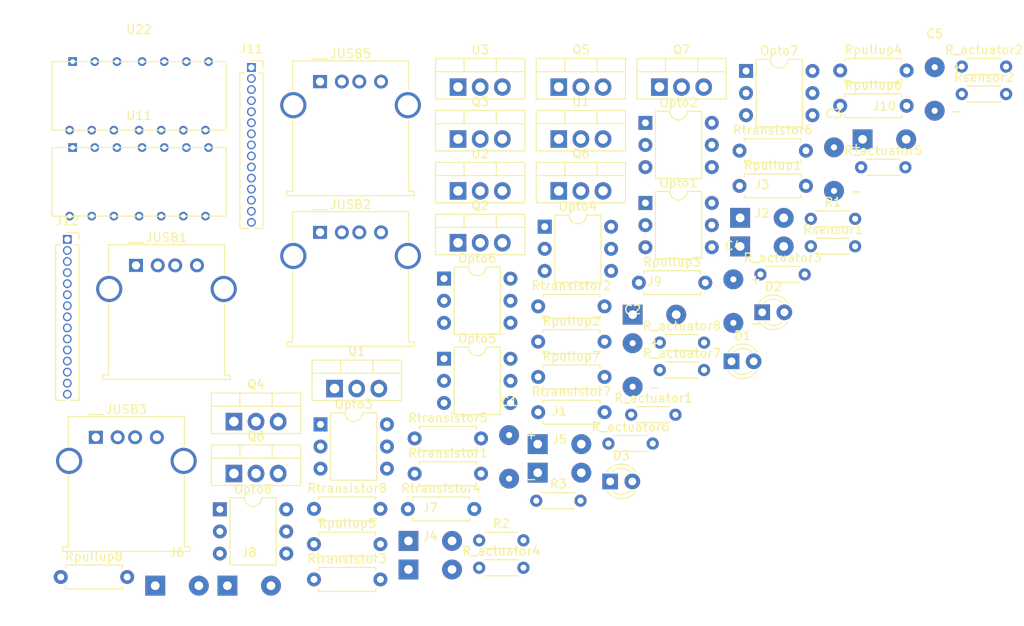
<source format=kicad_pcb>
(kicad_pcb (version 20211014) (generator pcbnew)
  (layers (0 "F.Cu" signal) (31 "B.Cu" signal) (34 "B.Paste" user) (35 "F.Paste" user) (36 "B.SilkS" user "B.Silkscreen") (37 "F.SilkS" user "F.Silkscreen") (38 "B.Mask" user) (39 "F.Mask" user) (44 "Edge.Cuts" user))
  (net 0 "")
  (net 1 "Net-(C1-Pad1)")
  (net 2 "GND potencia")
  (net 3 "12.0VDC")
  (net 4 "5.0VDC")
  (net 5 "Net-(C4-Pad1)")
  (net 6 "GND 3.3V")
  (net 7 "3.3VDC")
  (net 8 "Net-(D1-Pad2)")
  (net 9 "Net-(D2-Pad2)")
  (net 10 "Net-(D3-Pad2)")
  (net 11 "Net-(J3-Pad1)")
  (net 12 "Net-(J4-Pad1)")
  (net 13 "Net-(J5-Pad1)")
  (net 14 "Net-(J6-Pad1)")
  (net 15 "Net-(J7-Pad1)")
  (net 16 "Net-(J8-Pad1)")
  (net 17 "Net-(J9-Pad1)")
  (net 18 "Net-(J10-Pad1)")
  (net 22 "3.3V ec")
  (net 23 "GND ec")
  (net 24 "signal EC")
  (net 25 "signal PH")
  (net 34 "pump1")
  (net 35 "pump2")
  (net 36 "pump3")
  (net 37 "pump4")
  (net 38 "lights")
  (net 39 "mainWaterPump")
  (net 40 "Signal ExtraSensor")
  (net 41 "signal DB18B20")
  (net 45 "extraActuator5V")
  (net 46 "extraActuator12V")
  (net 55 "Net-(Opto1-Pad1)")
  (net 57 "Net-(Opto1-Pad5)")
  (net 59 "Net-(Opto2-Pad1)")
  (net 61 "Net-(Opto2-Pad5)")
  (net 63 "Net-(Opto3-Pad1)")
  (net 64 "3.3V DC esp32")
  (net 66 "Net-(Opto3-Pad5)")
  (net 68 "Net-(Opto4-Pad1)")
  (net 70 "Net-(Opto4-Pad5)")
  (net 72 "Net-(Opto5-Pad1)")
  (net 74 "Net-(Opto5-Pad5)")
  (net 76 "Net-(Opto6-Pad1)")
  (net 78 "Net-(Opto6-Pad5)")
  (net 80 "Net-(Opto7-Pad1)")
  (net 82 "Net-(Opto7-Pad5)")
  (net 84 "Net-(Opto8-Pad1)")
  (net 86 "Net-(Opto8-Pad5)")
  (net 88 "Net-(Q1-Pad1)")
  (net 89 "Net-(Q2-Pad1)")
  (net 90 "Net-(Q3-Pad1)")
  (net 91 "Net-(Q4-Pad1)")
  (net 92 "Net-(Q5-Pad1)")
  (net 93 "Net-(Q6-Pad1)")
  (net 94 "Net-(Q7-Pad1)")
  (net 95 "Net-(Q8-Pad1)")
  (net 96 "Net-(Rtransistor1-Pad1)")
  (net 97 "Net-(Rtransistor2-Pad1)")
  (net 98 "Net-(Rtransistor3-Pad1)")
  (net 99 "Net-(Rtransistor4-Pad1)")
  (net 100 "Net-(Rtransistor5-Pad1)")
  (net 101 "Net-(Rtransistor6-Pad1)")
  (net 102 "Net-(Rtransistor7-Pad1)")
  (net 103 "Net-(Rtransistor8-Pad1)")
  (footprint "Package_TO_SOT_THT:TO-220-3_Vertical" (layer "F.Cu") (at 149.082 43.902)
    (fp_text reference "U3" (at 2.54 -4.27) (layer "F.SilkS"))
    (fp_text value "LM1117-3.3")
    (pad "1" thru_hole rect (at 0 0) (size 1.905 2) (drill 1.1) (layers *.Cu *.Mask) (net 6 "GND 3.3V"))
    (pad "2" thru_hole oval (at 2.54 0) (size 1.905 2) (drill 1.1) (layers *.Cu *.Mask) (net 7 "3.3VDC"))
    (pad "3" thru_hole oval (at 5.08 0) (size 1.905 2) (drill 1.1) (layers *.Cu *.Mask) (net 5 "Net-(C4-Pad1)"))
  )
  (footprint "Resistor_THT:R_Axial_DIN0204_L3.6mm_D1.6mm_P5.08mm_Horizontal" (layer "F.Cu") (at 183.772 65.412)
    (fp_text reference "R_actuator3" (at 2.54 -1.92) (layer "F.SilkS"))
    (fp_text value "220 ohm")
    (pad "1" thru_hole circle (at 0 0) (size 1.4 1.4) (drill 0.7) (layers *.Cu *.Mask) (net 45 "extraActuator5V"))
    (pad "2" thru_hole oval (at 5.08 0) (size 1.4 1.4) (drill 0.7) (layers *.Cu *.Mask) (net 63 "Net-(Opto3-Pad1)"))
  )
  (footprint "maticas:40106_maticas_full" (layer "F.Cu") (at 112.487 44.914)
    (fp_text reference "U22" (at 0 -7.62 unlocked) (layer "F.SilkS"))
    (fp_text value "40106_maticas_full")
    (pad "1" thru_hole circle (at -7.9695 3.937) (size 1 1) (drill 0.555) (layers *.Cu *.Mask) (net 66 "Net-(Opto3-Pad5)"))
    (pad "2" thru_hole circle (at -5.4295 3.937) (size 1 1) (drill 0.555) (layers *.Cu *.Mask) (net 98 "Net-(Rtransistor3-Pad1)"))
    (pad "3" thru_hole circle (at -2.8895 3.937) (size 1 1) (drill 0.555) (layers *.Cu *.Mask) (net 70 "Net-(Opto4-Pad5)"))
    (pad "4" thru_hole circle (at 0 3.937) (size 1 1) (drill 0.555) (layers *.Cu *.Mask) (net 99 "Net-(Rtransistor4-Pad1)"))
    (pad "5" thru_hole circle (at 2.54 3.937) (size 1 1) (drill 0.555) (layers *.Cu *.Mask) (net 74 "Net-(Opto5-Pad5)"))
    (pad "6" thru_hole circle (at 5.08 3.937) (size 1 1) (drill 0.555) (layers *.Cu *.Mask) (net 100 "Net-(Rtransistor5-Pad1)"))
    (pad "7" thru_hole circle (at 7.62 3.937) (size 1 1) (drill 0.555) (layers *.Cu *.Mask) (net 2 "GND potencia"))
    (pad "8" thru_hole circle (at 7.9695 -3.937) (size 1 1) (drill 0.555) (layers *.Cu *.Mask) (net 97 "Net-(Rtransistor2-Pad1)"))
    (pad "9" thru_hole circle (at 5.4295 -3.937) (size 1 1) (drill 0.555) (layers *.Cu *.Mask) (net 61 "Net-(Opto2-Pad5)"))
    (pad "10" thru_hole circle (at 2.8895 -3.937) (size 1 1) (drill 0.555) (layers *.Cu *.Mask))
    (pad "11" thru_hole circle (at 0.3495 -3.937) (size 1 1) (drill 0.555) (layers *.Cu *.Mask))
    (pad "12" thru_hole circle (at -2.54 -3.937) (size 1 1) (drill 0.555) (layers *.Cu *.Mask) (net 96 "Net-(Rtransistor1-Pad1)"))
    (pad "13" thru_hole circle (at -5.08 -3.937) (size 1 1) (drill 0.555) (layers *.Cu *.Mask) (net 57 "Net-(Opto1-Pad5)"))
    (pad "14" thru_hole rect (at -7.62 -3.937) (size 1 1) (drill 0.555) (layers *.Cu *.Mask) (net 4 "5.0VDC"))
  )
  (footprint "Connector_USB:USB_A_Molex_67643_Horizontal" (layer "F.Cu") (at 133.250208 43.272)
    (fp_text reference "JUSB5" (at 3.5 -3.19) (layer "F.SilkS"))
    (fp_text value "USB_A")
    (pad "1" thru_hole rect (at 0 0) (size 1.6 1.5) (drill 0.95) (layers *.Cu *.Mask) (net 7 "3.3VDC"))
    (pad "2" thru_hole circle (at 2.5 0) (size 1.6 1.6) (drill 0.95) (layers *.Cu *.Mask))
    (pad "3" thru_hole circle (at 4.5 0) (size 1.6 1.6) (drill 0.95) (layers *.Cu *.Mask) (net 40 "Signal ExtraSensor"))
    (pad "4" thru_hole circle (at 7 0) (size 1.6 1.6) (drill 0.95) (layers *.Cu *.Mask) (net 6 "GND 3.3V"))
    (pad "5" thru_hole circle (at 10.07 2.71) (size 3 3) (drill 2.3) (layers *.Cu *.Mask))
    (pad "5" thru_hole circle (at -3.07 2.71) (size 3 3) (drill 2.3) (layers *.Cu *.Mask))
  )
  (footprint "maticas:actuators_screws_01x02_low_pot" (layer "F.Cu") (at 160.72 84.9)
    (fp_text reference "J1" (at 0 -3.81 unlocked) (layer "F.SilkS"))
    (fp_text value "Screw_Terminal_01x02")
    (pad "1" thru_hole rect (at -2.5 0) (size 2.286 2.286) (drill 1) (layers *.Cu *.Mask) (net 2 "GND potencia"))
    (pad "2" thru_hole circle (at 2.5 0) (size 2.286 2.286) (drill 1) (layers *.Cu *.Mask) (net 1 "Net-(C1-Pad1)"))
  )
  (footprint "Resistor_THT:R_Axial_DIN0207_L6.3mm_D2.5mm_P7.62mm_Horizontal" (layer "F.Cu") (at 158.272 73.132)
    (fp_text reference "Rpullup2" (at 3.81 -2.37) (layer "F.SilkS"))
    (fp_text value "10k ohm")
    (pad "1" thru_hole circle (at 0 0) (size 1.6 1.6) (drill 0.8) (layers *.Cu *.Mask) (net 61 "Net-(Opto2-Pad5)"))
    (pad "2" thru_hole oval (at 7.62 0) (size 1.6 1.6) (drill 0.8) (layers *.Cu *.Mask) (net 4 "5.0VDC"))
  )
  (footprint "Resistor_THT:R_Axial_DIN0207_L6.3mm_D2.5mm_P7.62mm_Horizontal" (layer "F.Cu") (at 144.102 88.292)
    (fp_text reference "Rtransistor1" (at 3.81 -2.37) (layer "F.SilkS"))
    (fp_text value "10 ohm")
    (pad "1" thru_hole circle (at 0 0) (size 1.6 1.6) (drill 0.8) (layers *.Cu *.Mask) (net 96 "Net-(Rtransistor1-Pad1)"))
    (pad "2" thru_hole oval (at 7.62 0) (size 1.6 1.6) (drill 0.8) (layers *.Cu *.Mask) (net 88 "Net-(Q1-Pad1)"))
  )
  (footprint "maticas:actuators_screws_01x02_low_pot" (layer "F.Cu") (at 145.89 96.01)
    (fp_text reference "J7" (at 0 -3.81 unlocked) (layer "F.SilkS"))
    (fp_text value "Screw_Terminal_01x02")
    (pad "1" thru_hole rect (at -2.5 0) (size 2.286 2.286) (drill 1) (layers *.Cu *.Mask) (net 15 "Net-(J7-Pad1)"))
    (pad "2" thru_hole circle (at 2.5 0) (size 2.286 2.286) (drill 1) (layers *.Cu *.Mask) (net 2 "GND potencia"))
  )
  (footprint "maticas:actuators_screws_01x02_low_pot" (layer "F.Cu") (at 171.61 70.03)
    (fp_text reference "J9" (at 0 -3.81 unlocked) (layer "F.SilkS"))
    (fp_text value "Screw_Terminal_01x02")
    (pad "1" thru_hole rect (at -2.5 0) (size 2.286 2.286) (drill 1) (layers *.Cu *.Mask) (net 17 "Net-(J9-Pad1)"))
    (pad "2" thru_hole circle (at 2.5 0) (size 2.286 2.286) (drill 1) (layers *.Cu *.Mask) (net 2 "GND potencia"))
  )
  (footprint "Connector_USB:USB_A_Molex_67643_Horizontal" (layer "F.Cu") (at 107.530208 84.112)
    (fp_text reference "JUSB3" (at 3.5 -3.19) (layer "F.SilkS"))
    (fp_text value "USB_A")
    (pad "1" thru_hole rect (at 0 0) (size 1.6 1.5) (drill 0.95) (layers *.Cu *.Mask) (net 7 "3.3VDC"))
    (pad "2" thru_hole circle (at 2.5 0) (size 1.6 1.6) (drill 0.95) (layers *.Cu *.Mask))
    (pad "3" thru_hole circle (at 4.5 0) (size 1.6 1.6) (drill 0.95) (layers *.Cu *.Mask) (net 25 "signal PH"))
    (pad "4" thru_hole circle (at 7 0) (size 1.6 1.6) (drill 0.95) (layers *.Cu *.Mask) (net 6 "GND 3.3V"))
    (pad "5" thru_hole circle (at 10.07 2.71) (size 3 3) (drill 2.3) (layers *.Cu *.Mask))
    (pad "5" thru_hole circle (at -3.07 2.71) (size 3 3) (drill 2.3) (layers *.Cu *.Mask))
  )
  (footprint "maticas:actuators_screws_01x02_low_pot" (layer "F.Cu") (at 125.12 101.15)
    (fp_text reference "J8" (at 0 -3.81 unlocked) (layer "F.SilkS"))
    (fp_text value "Screw_Terminal_01x02")
    (pad "1" thru_hole rect (at -2.5 0) (size 2.286 2.286) (drill 1) (layers *.Cu *.Mask) (net 16 "Net-(J8-Pad1)"))
    (pad "2" thru_hole circle (at 2.5 0) (size 2.286 2.286) (drill 1) (layers *.Cu *.Mask) (net 2 "GND potencia"))
  )
  (footprint "Package_TO_SOT_THT:TO-220-3_Vertical" (layer "F.Cu") (at 123.362 88.272)
    (fp_text reference "Q8" (at 2.54 -4.27) (layer "F.SilkS"))
    (fp_text value "TIP122")
    (pad "1" thru_hole rect (at 0 0) (size 1.905 2) (drill 1.1) (layers *.Cu *.Mask) (net 95 "Net-(Q8-Pad1)"))
    (pad "2" thru_hole oval (at 2.54 0) (size 1.905 2) (drill 1.1) (layers *.Cu *.Mask) (net 3 "12.0VDC"))
    (pad "3" thru_hole oval (at 5.08 0) (size 1.905 2) (drill 1.1) (layers *.Cu *.Mask) (net 18 "Net-(J10-Pad1)"))
  )
  (footprint "maticas:40106_maticas_full" (layer "F.Cu") (at 112.487 54.784)
    (fp_text reference "U11" (at 0 -7.62 unlocked) (layer "F.SilkS"))
    (fp_text value "40106_maticas_full")
    (pad "1" thru_hole circle (at -7.9695 3.937) (size 1 1) (drill 0.555) (layers *.Cu *.Mask) (net 78 "Net-(Opto6-Pad5)"))
    (pad "2" thru_hole circle (at -5.4295 3.937) (size 1 1) (drill 0.555) (layers *.Cu *.Mask) (net 101 "Net-(Rtransistor6-Pad1)"))
    (pad "3" thru_hole circle (at -2.8895 3.937) (size 1 1) (drill 0.555) (layers *.Cu *.Mask) (net 82 "Net-(Opto7-Pad5)"))
    (pad "4" thru_hole circle (at 0 3.937) (size 1 1) (drill 0.555) (layers *.Cu *.Mask) (net 102 "Net-(Rtransistor7-Pad1)"))
    (pad "5" thru_hole circle (at 2.54 3.937) (size 1 1) (drill 0.555) (layers *.Cu *.Mask) (net 86 "Net-(Opto8-Pad5)"))
    (pad "6" thru_hole circle (at 5.08 3.937) (size 1 1) (drill 0.555) (layers *.Cu *.Mask) (net 103 "Net-(Rtransistor8-Pad1)"))
    (pad "7" thru_hole circle (at 7.62 3.937) (size 1 1) (drill 0.555) (layers *.Cu *.Mask) (net 2 "GND potencia"))
    (pad "8" thru_hole circle (at 7.9695 -3.937) (size 1 1) (drill 0.555) (layers *.Cu *.Mask))
    (pad "9" thru_hole circle (at 5.4295 -3.937) (size 1 1) (drill 0.555) (layers *.Cu *.Mask))
    (pad "10" thru_hole circle (at 2.8895 -3.937) (size 1 1) (drill 0.555) (layers *.Cu *.Mask))
    (pad "11" thru_hole circle (at 0.3495 -3.937) (size 1 1) (drill 0.555) (layers *.Cu *.Mask))
    (pad "12" thru_hole circle (at -2.54 -3.937) (size 1 1) (drill 0.555) (layers *.Cu *.Mask))
    (pad "13" thru_hole circle (at -5.08 -3.937) (size 1 1) (drill 0.555) (layers *.Cu *.Mask))
    (pad "14" thru_hole rect (at -7.62 -3.937) (size 1 1) (drill 0.555) (layers *.Cu *.Mask) (net 3 "12.0VDC"))
  )
  (footprint "Resistor_THT:R_Axial_DIN0207_L6.3mm_D2.5mm_P7.62mm_Horizontal" (layer "F.Cu") (at 192.922 46.052)
    (fp_text reference "Rpullup6" (at 3.81 -2.37) (layer "F.SilkS"))
    (fp_text value "10k ohm")
    (pad "1" thru_hole circle (at 0 0) (size 1.6 1.6) (drill 0.8) (layers *.Cu *.Mask) (net 78 "Net-(Opto6-Pad5)"))
    (pad "2" thru_hole oval (at 7.62 0) (size 1.6 1.6) (drill 0.8) (layers *.Cu *.Mask) (net 3 "12.0VDC"))
  )
  (footprint "maticas:actuators_screws_01x02_low_pot" (layer "F.Cu") (at 197.99 49.9)
    (fp_text reference "J10" (at 0 -3.81 unlocked) (layer "F.SilkS"))
    (fp_text value "Screw_Terminal_01x02")
    (pad "1" thru_hole rect (at -2.5 0) (size 2.286 2.286) (drill 1) (layers *.Cu *.Mask) (net 18 "Net-(J10-Pad1)"))
    (pad "2" thru_hole circle (at 2.5 0) (size 2.286 2.286) (drill 1) (layers *.Cu *.Mask) (net 2 "GND potencia"))
  )
  (footprint "Connector_USB:USB_A_Molex_67643_Horizontal" (layer "F.Cu") (at 112.130208 64.372)
    (fp_text reference "JUSB1" (at 3.5 -3.19) (layer "F.SilkS"))
    (fp_text value "USB_A")
    (pad "1" thru_hole rect (at 0 0) (size 1.6 1.5) (drill 0.95) (layers *.Cu *.Mask) (net 24 "signal EC"))
    (pad "2" thru_hole circle (at 2.5 0) (size 1.6 1.6) (drill 0.95) (layers *.Cu *.Mask))
    (pad "3" thru_hole circle (at 4.5 0) (size 1.6 1.6) (drill 0.95) (layers *.Cu *.Mask) (net 24 "signal EC"))
    (pad "4" thru_hole circle (at 7 0) (size 1.6 1.6) (drill 0.95) (layers *.Cu *.Mask) (net 23 "GND ec"))
    (pad "5" thru_hole circle (at -3.07 2.71) (size 3 3) (drill 2.3) (layers *.Cu *.Mask))
    (pad "5" thru_hole circle (at 10.07 2.71) (size 3 3) (drill 2.3) (layers *.Cu *.Mask))
  )
  (footprint "Package_TO_SOT_THT:TO-220-3_Vertical" (layer "F.Cu") (at 149.082 61.782)
    (fp_text reference "Q2" (at 2.54 -4.27) (layer "F.SilkS"))
    (fp_text value "TIP122")
    (pad "1" thru_hole rect (at 0 0) (size 1.905 2) (drill 1.1) (layers *.Cu *.Mask) (net 89 "Net-(Q2-Pad1)"))
    (pad "2" thru_hole oval (at 2.54 0) (size 1.905 2) (drill 1.1) (layers *.Cu *.Mask) (net 4 "5.0VDC"))
    (pad "3" thru_hole oval (at 5.08 0) (size 1.905 2) (drill 1.1) (layers *.Cu *.Mask) (net 12 "Net-(J4-Pad1)"))
  )
  (footprint "LED_THT:LED_D3.0mm" (layer "F.Cu") (at 166.532 89.182)
    (fp_text reference "D3" (at 1.27 -2.96) (layer "F.SilkS"))
    (fp_text value "LED")
    (pad "1" thru_hole rect (at 0 0) (size 1.8 1.8) (drill 0.9) (layers *.Cu *.Mask) (net 6 "GND 3.3V"))
    (pad "2" thru_hole circle (at 2.54 0) (size 1.8 1.8) (drill 0.9) (layers *.Cu *.Mask) (net 10 "Net-(D3-Pad2)"))
  )
  (footprint "Resistor_THT:R_Axial_DIN0204_L3.6mm_D1.6mm_P5.08mm_Horizontal" (layer "F.Cu") (at 166.332 84.832)
    (fp_text reference "R_actuator6" (at 2.54 -1.92) (layer "F.SilkS"))
    (fp_text value "220 ohm")
    (pad "1" thru_hole circle (at 0 0) (size 1.4 1.4) (drill 0.7) (layers *.Cu *.Mask) (net 46 "extraActuator12V"))
    (pad "2" thru_hole oval (at 5.08 0) (size 1.4 1.4) (drill 0.7) (layers *.Cu *.Mask) (net 76 "Net-(Opto6-Pad1)"))
  )
  (footprint "LED_THT:LED_D3.0mm" (layer "F.Cu") (at 180.452 75.392)
    (fp_text reference "D1" (at 1.27 -2.96) (layer "F.SilkS"))
    (fp_text value "LED")
    (pad "1" thru_hole rect (at 0 0) (size 1.8 1.8) (drill 0.9) (layers *.Cu *.Mask) (net 2 "GND potencia"))
    (pad "2" thru_hole circle (at 2.54 0) (size 1.8 1.8) (drill 0.9) (layers *.Cu *.Mask) (net 8 "Net-(D1-Pad2)"))
  )
  (footprint "maticas:actuators_screws_01x02_low_pot" (layer "F.Cu") (at 145.89 99.29)
    (fp_text reference "J4" (at 0 -3.81 unlocked) (layer "F.SilkS"))
    (fp_text value "Screw_Terminal_01x02")
    (pad "1" thru_hole rect (at -2.5 0) (size 2.286 2.286) (drill 1) (layers *.Cu *.Mask) (net 12 "Net-(J4-Pad1)"))
    (pad "2" thru_hole circle (at 2.5 0) (size 2.286 2.286) (drill 1) (layers *.Cu *.Mask) (net 2 "GND potencia"))
  )
  (footprint "Resistor_THT:R_Axial_DIN0207_L6.3mm_D2.5mm_P7.62mm_Horizontal" (layer "F.Cu") (at 169.822 66.362)
    (fp_text reference "Rpullup3" (at 3.81 -2.37) (layer "F.SilkS"))
    (fp_text value "10k ohm")
    (pad "1" thru_hole circle (at 0 0) (size 1.6 1.6) (drill 0.8) (layers *.Cu *.Mask) (net 66 "Net-(Opto3-Pad5)"))
    (pad "2" thru_hole oval (at 7.62 0) (size 1.6 1.6) (drill 0.8) (layers *.Cu *.Mask) (net 4 "5.0VDC"))
  )
  (footprint "Resistor_THT:R_Axial_DIN0204_L3.6mm_D1.6mm_P5.08mm_Horizontal" (layer "F.Cu") (at 206.872 41.552)
    (fp_text reference "R_actuator2" (at 2.54 -1.92) (layer "F.SilkS"))
    (fp_text value "220 ohm")
    (pad "1" thru_hole circle (at 0 0) (size 1.4 1.4) (drill 0.7) (layers *.Cu *.Mask) (net 34 "pump1"))
    (pad "2" thru_hole oval (at 5.08 0) (size 1.4 1.4) (drill 0.7) (layers *.Cu *.Mask) (net 59 "Net-(Opto2-Pad1)"))
  )
  (footprint "Resistor_THT:R_Axial_DIN0204_L3.6mm_D1.6mm_P5.08mm_Horizontal" (layer "F.Cu") (at 189.552 62.182)
    (fp_text reference "Rsensor1" (at 2.54 -1.92) (layer "F.SilkS"))
    (fp_text value "1000 ohm")
    (pad "1" thru_hole circle (at 0 0) (size 1.4 1.4) (drill 0.7) (layers *.Cu *.Mask) (net 22 "3.3V ec"))
    (pad "2" thru_hole oval (at 5.08 0) (size 1.4 1.4) (drill 0.7) (layers *.Cu *.Mask) (net 24 "signal EC"))
  )
  (footprint "maticas:electrolitic_capacitor_470uF" (layer "F.Cu") (at 192.21 53.32)
    (fp_text reference "C3" (at 0 -6.35 unlocked) (layer "F.SilkS"))
    (fp_text value "1 uF")
    (fp_text user "-" (at 2.54 2.54 unlocked) (layer "F.SilkS"))
    (fp_text user "+" (at 2.54 -2.54 unlocked) (layer "F.SilkS"))
    (pad "1" thru_hole circle (at 0 -2.5) (size 2.286 2.286) (drill 0.7) (layers *.Cu *.Mask) (net 4 "5.0VDC"))
    (pad "2" thru_hole circle (at 0 2.5) (size 2.286 2.286) (drill 0.7) (layers *.Cu *.Mask) (net 2 "GND potencia"))
  )
  (footprint "maticas:electrolitic_capacitor_470uF" (layer "F.Cu") (at 154.94 86.36)
    (fp_text reference "C1" (at 0 -6.35 unlocked) (layer "F.SilkS"))
    (fp_text value "400 uF")
    (fp_text user "+" (at 2.54 -2.54 unlocked) (layer "F.SilkS"))
    (fp_text user "-" (at 2.54 2.54 unlocked) (layer "F.SilkS"))
    (pad "1" thru_hole circle (at 0 -2.5) (size 2.286 2.286) (drill 0.7) (layers *.Cu *.Mask) (net 1 "Net-(C1-Pad1)"))
    (pad "2" thru_hole circle (at 0 2.5) (size 2.286 2.286) (drill 0.7) (layers *.Cu *.Mask) (net 2 "GND potencia"))
  )
  (footprint "Package_TO_SOT_THT:TO-220-3_Vertical" (layer "F.Cu") (at 172.182 43.902)
    (fp_text reference "Q7" (at 2.54 -4.27) (layer "F.SilkS"))
    (fp_text value "TIP122")
    (pad "1" thru_hole rect (at 0 0) (size 1.905 2) (drill 1.1) (layers *.Cu *.Mask) (net 94 "Net-(Q7-Pad1)"))
    (pad "2" thru_hole oval (at 2.54 0) (size 1.905 2) (drill 1.1) (layers *.Cu *.Mask) (net 3 "12.0VDC"))
    (pad "3" thru_hole oval (at 5.08 0) (size 1.905 2) (drill 1.1) (layers *.Cu *.Mask) (net 17 "Net-(J9-Pad1)"))
  )
  (footprint "maticas:actuators_screws_01x02_low_pot" (layer "F.Cu") (at 160.72 88.18)
    (fp_text reference "J5" (at 0 -3.81 unlocked) (layer "F.SilkS"))
    (fp_text value "Screw_Terminal_01x02")
    (pad "1" thru_hole rect (at -2.5 0) (size 2.286 2.286) (drill 1) (layers *.Cu *.Mask) (net 13 "Net-(J5-Pad1)"))
    (pad "2" thru_hole circle (at 2.5 0) (size 2.286 2.286) (drill 1) (layers *.Cu *.Mask) (net 2 "GND potencia"))
  )
  (footprint "Resistor_THT:R_Axial_DIN0204_L3.6mm_D1.6mm_P5.08mm_Horizontal" (layer "F.Cu") (at 151.502 99.092)
    (fp_text reference "R_actuator4" (at 2.54 -1.92) (layer "F.SilkS"))
    (fp_text value "220 ohm")
    (pad "1" thru_hole circle (at 0 0) (size 1.4 1.4) (drill 0.7) (layers *.Cu *.Mask) (net 37 "pump4"))
    (pad "2" thru_hole oval (at 5.08 0) (size 1.4 1.4) (drill 0.7) (layers *.Cu *.Mask) (net 68 "Net-(Opto4-Pad1)"))
  )
  (footprint "Resistor_THT:R_Axial_DIN0204_L3.6mm_D1.6mm_P5.08mm_Horizontal" (layer "F.Cu") (at 189.552 59.032)
    (fp_text reference "R1" (at 2.54 -1.92) (layer "F.SilkS"))
    (fp_text value "330 ohm")
    (pad "1" thru_hole circle (at 0 0) (size 1.4 1.4) (drill 0.7) (layers *.Cu *.Mask) (net 3 "12.0VDC"))
    (pad "2" thru_hole oval (at 5.08 0) (size 1.4 1.4) (drill 0.7) (layers *.Cu *.Mask) (net 8 "Net-(D1-Pad2)"))
  )
  (footprint "Resistor_THT:R_Axial_DIN0204_L3.6mm_D1.6mm_P5.08mm_Horizontal" (layer "F.Cu") (at 195.322 53.112)
    (fp_text reference "R_actuator5" (at 2.54 -1.92) (layer "F.SilkS"))
    (fp_text value "220 ohm")
    (pad "1" thru_hole circle (at 0 0) (size 1.4 1.4) (drill 0.7) (layers *.Cu *.Mask) (net 36 "pump3"))
    (pad "2" thru_hole oval (at 5.08 0) (size 1.4 1.4) (drill 0.7) (layers *.Cu *.Mask) (net 72 "Net-(Opto5-Pad1)"))
  )
  (footprint "Resistor_THT:R_Axial_DIN0204_L3.6mm_D1.6mm_P5.08mm_Horizontal" (layer "F.Cu") (at 206.872 44.702)
    (fp_text reference "Rsensor2" (at 2.54 -1.92) (layer "F.SilkS"))
    (fp_text value "4700 ohm")
    (pad "1" thru_hole circle (at 0 0) (size 1.4 1.4) (drill 0.7) (layers *.Cu *.Mask) (net 7 "3.3VDC"))
    (pad "2" thru_hole oval (at 5.08 0) (size 1.4 1.4) (drill 0.7) (layers *.Cu *.Mask) (net 41 "signal DB18B20"))
  )
  (footprint "Resistor_THT:R_Axial_DIN0204_L3.6mm_D1.6mm_P5.08mm_Horizontal" (layer "F.Cu") (at 172.222 73.242)
    (fp_text reference "R_actuator8" (at 2.54 -1.92) (layer "F.SilkS"))
    (fp_text value "220 ohm")
    (pad "1" thru_hole circle (at 0 0) (size 1.4 1.4) (drill 0.7) (layers *.Cu *.Mask) (net 38 "lights"))
    (pad "2" thru_hole oval (at 5.08 0) (size 1.4 1.4) (drill 0.7) (layers *.Cu *.Mask) (net 84 "Net-(Opto8-Pad1)"))
  )
  (footprint "maticas:actuators_screws_01x02_low_pot" (layer "F.Cu") (at 116.84 101.15)
    (fp_text reference "J6" (at 0 -3.81 unlocked) (layer "F.SilkS"))
    (fp_text value "Screw_Terminal_01x02")
    (pad "1" thru_hole rect (at -2.5 0) (size 2.286 2.286) (drill 1) (layers *.Cu *.Mask) (net 14 "Net-(J6-Pad1)"))
    (pad "2" thru_hole circle (at 2.5 0) (size 2.286 2.286) (drill 1) (layers *.Cu *.Mask) (net 2 "GND potencia"))
  )
  (footprint "Package_DIP:DIP-6_W7.62mm" (layer "F.Cu") (at 133.302 82.632)
    (fp_text reference "Opto3" (at 3.81 -2.33) (layer "F.SilkS"))
    (fp_text value "4N25")
    (pad "1" thru_hole rect (at 0 0) (size 1.6 1.6) (drill 0.8) (layers *.Cu *.Mask) (net 63 "Net-(Opto3-Pad1)"))
    (pad "2" thru_hole oval (at 0 2.54) (size 1.6 1.6) (drill 0.8) (layers *.Cu *.Mask) (net 64 "3.3V DC esp32"))
    (pad "3" thru_hole oval (at 0 5.08) (size 1.6 1.6) (drill 0.8) (layers *.Cu *.Mask))
    (pad "4" thru_hole oval (at 7.62 5.08) (size 1.6 1.6) (drill 0.8) (layers *.Cu *.Mask) (net 2 "GND potencia"))
    (pad "5" thru_hole oval (at 7.62 2.54) (size 1.6 1.6) (drill 0.8) (layers *.Cu *.Mask) (net 66 "Net-(Opto3-Pad5)"))
    (pad "6" thru_hole oval (at 7.62 0) (size 1.6 1.6) (drill 0.8) (layers *.Cu *.Mask))
  )
  (footprint "Package_DIP:DIP-6_W7.62mm" (layer "F.Cu") (at 170.572 48.012)
    (fp_text reference "Opto2" (at 3.81 -2.33) (layer "F.SilkS"))
    (fp_text value "4N25")
    (pad "1" thru_hole rect (at 0 0) (size 1.6 1.6) (drill 0.8) (layers *.Cu *.Mask) (net 59 "Net-(Opto2-Pad1)"))
    (pad "2" thru_hole oval (at 0 2.54) (size 1.6 1.6) (drill 0.8) (layers *.Cu *.Mask) (net 6 "GND 3.3V"))
    (pad "3" thru_hole oval (at 0 5.08) (size 1.6 1.6) (drill 0.8) (layers *.Cu *.Mask))
    (pad "4" thru_hole oval (at 7.62 5.08) (size 1.6 1.6) (drill 0.8) (layers *.Cu *.Mask) (net 2 "GND potencia"))
    (pad "5" thru_hole oval (at 7.62 2.54) (size 1.6 1.6) (drill 0.8) (layers *.Cu *.Mask) (net 61 "Net-(Opto2-Pad5)"))
    (pad "6" thru_hole oval (at 7.62 0) (size 1.6 1.6) (drill 0.8) (layers *.Cu *.Mask))
  )
  (footprint "Resistor_THT:R_Axial_DIN0207_L6.3mm_D2.5mm_P7.62mm_Horizontal" (layer "F.Cu") (at 181.372 55.252)
    (fp_text reference "Rpullup1" (at 3.81 -2.37) (layer "F.SilkS"))
    (fp_text value "10k ohm")
    (pad "1" thru_hole circle (at 0 0) (size 1.6 1.6) (drill 0.8) (layers *.Cu *.Mask) (net 57 "Net-(Opto1-Pad5)"))
    (pad "2" thru_hole oval (at 7.62 0) (size 1.6 1.6) (drill 0.8) (layers *.Cu *.Mask) (net 4 "5.0VDC"))
  )
  (footprint "maticas:electrolitic_capacitor_470uF" (layer "F.Cu") (at 180.66 68.48)
    (fp_text reference "C4" (at 0 -6.35 unlocked) (layer "F.SilkS"))
    (fp_text value "400 uF")
    (fp_text user "-" (at 2.54 2.54 unlocked) (layer "F.SilkS"))
    (fp_text user "+" (at 2.54 -2.54 unlocked) (layer "F.SilkS"))
    (pad "1" thru_hole circle (at 0 -2.5) (size 2.286 2.286) (drill 0.7) (layers *.Cu *.Mask) (net 5 "Net-(C4-Pad1)"))
    (pad "2" thru_hole circle (at 0 2.5) (size 2.286 2.286) (drill 0.7) (layers *.Cu *.Mask) (net 6 "GND 3.3V"))
  )
  (footprint "maticas:electrolitic_capacitor_470uF" (layer "F.Cu") (at 169.11 75.81)
    (fp_text reference "C2" (at 0 -6.35 unlocked) (layer "F.SilkS"))
    (fp_text value "1 uF")
    (fp_text user "+" (at 2.54 -2.54 unlocked) (layer "F.SilkS"))
    (fp_text user "-" (at 2.54 2.54 unlocked) (layer "F.SilkS"))
    (pad "1" thru_hole circle (at 0 -2.5) (size 2.286 2.286) (drill 0.7) (layers *.Cu *.Mask) (net 3 "12.0VDC"))
    (pad "2" thru_hole circle (at 0 2.5) (size 2.286 2.286) (drill 0.7) (layers *.Cu *.Mask) (net 2 "GND potencia"))
  )
  (footprint "Package_DIP:DIP-6_W7.62mm" (layer "F.Cu") (at 121.752 92.382)
    (fp_text reference "Opto8" (at 3.81 -2.33) (layer "F.SilkS"))
    (fp_text value "4N25")
    (pad "1" thru_hole rect (at 0 0) (size 1.6 1.6) (drill 0.8) (layers *.Cu *.Mask) (net 84 "Net-(Opto8-Pad1)"))
    (pad "2" thru_hole oval (at 0 2.54) (size 1.6 1.6) (drill 0.8) (layers *.Cu *.Mask) (net 6 "GND 3.3V"))
    (pad "3" thru_hole oval (at 0 5.08) (size 1.6 1.6) (drill 0.8) (layers *.Cu *.Mask))
    (pad "4" thru_hole oval (at 7.62 5.08) (size 1.6 1.6) (drill 0.8) (layers *.Cu *.Mask) (net 2 "GND potencia"))
    (pad "5" thru_hole oval (at 7.62 2.54) (size 1.6 1.6) (drill 0.8) (layers *.Cu *.Mask) (net 86 "Net-(Opto8-Pad5)"))
    (pad "6" thru_hole oval (at 7.62 0) (size 1.6 1.6) (drill 0.8) (layers *.Cu *.Mask))
  )
  (footprint "Resistor_THT:R_Axial_DIN0207_L6.3mm_D2.5mm_P7.62mm_Horizontal" (layer "F.Cu") (at 132.552 92.332)
    (fp_text reference "Rtransistor8" (at 3.81 -2.37) (layer "F.SilkS"))
    (fp_text value "10 ohm")
    (pad "1" thru_hole circle (at 0 0) (size 1.6 1.6) (drill 0.8) (layers *.Cu *.Mask) (net 103 "Net-(Rtransistor8-Pad1)"))
    (pad "2" thru_hole oval (at 7.62 0) (size 1.6 1.6) (drill 0.8) (layers *.Cu *.Mask) (net 95 "Net-(Q8-Pad1)"))
  )
  (footprint "maticas:actuators_screws_01x02_low_pot" (layer "F.Cu") (at 183.94 58.92)
    (fp_text reference "J3" (at 0 -3.81 unlocked) (layer "F.SilkS"))
    (fp_text value "Screw_Terminal_01x02")
    (pad "1" thru_hole rect (at -2.5 0) (size 2.286 2.286) (drill 1) (layers *.Cu *.Mask) (net 11 "Net-(J3-Pad1)"))
    (pad "2" thru_hole circle (at 2.5 0) (size 2.286 2.286) (drill 1) (layers *.Cu *.Mask) (net 2 "GND potencia"))
  )
  (footprint "Resistor_THT:R_Axial_DIN0207_L6.3mm_D2.5mm_P7.62mm_Horizontal" (layer "F.Cu") (at 158.272 69.082)
    (fp_text reference "Rtransistor2" (at 3.81 -2.37) (layer "F.SilkS"))
    (fp_text value "10 ohm")
    (pad "1" thru_hole circle (at 0 0) (size 1.6 1.6) (drill 0.8) (layers *.Cu *.Mask) (net 97 "Net-(Rtransistor2-Pad1)"))
    (pad "2" thru_hole oval (at 7.62 0) (size 1.6 1.6) (drill 0.8) (layers *.Cu *.Mask) (net 89 "Net-(Q2-Pad1)"))
  )
  (footprint "LED_THT:LED_D3.0mm" (layer "F.Cu") (at 183.972 69.762)
    (fp_text reference "D2" (at 1.27 -2.96) (layer "F.SilkS"))
    (fp_text value "LED")
    (pad "1" thru_hole rect (at 0 0) (size 1.8 1.8) (drill 0.9) (layers *.Cu *.Mask) (net 2 "GND potencia"))
    (pad "2" thru_hole circle (at 2.54 0) (size 1.8 1.8) (drill 0.9) (layers *.Cu *.Mask) (net 9 "Net-(D2-Pad2)"))
  )
  (footprint "Connector_PinSocket_1.27mm:PinSocket_1x15_P1.27mm_Vertical" (layer "F.Cu") (at 125.372 41.652)
    (fp_text reference "J11" (at 0 -2.135) (layer "F.SilkS"))
    (fp_text value "Conn_01x15_Female")
    (pad "1" thru_hole rect (at 0 0) (size 1 1) (drill 0.7) (layers *.Cu *.Mask))
    (pad "2" thru_hole oval (at 0 1.27) (size 1 1) (drill 0.7) (layers *.Cu *.Mask))
    (pad "3" thru_hole oval (at 0 2.54) (size 1 1) (drill 0.7) (layers *.Cu *.Mask))
    (pad "4" thru_hole oval (at 0 3.81) (size 1 1) (drill 0.7) (layers *.Cu *.Mask) (net 22 "3.3V ec"))
    (pad "5" thru_hole oval (at 0 5.08) (size 1 1) (drill 0.7) (layers *.Cu *.Mask) (net 23 "GND ec"))
    (pad "6" thru_hole oval (at 0 6.35) (size 1 1) (drill 0.7) (layers *.Cu *.Mask) (net 24 "signal EC"))
    (pad "7" thru_hole oval (at 0 7.62) (size 1 1) (drill 0.7) (layers *.Cu *.Mask) (net 25 "signal PH"))
    (pad "8" thru_hole oval (at 0 8.89) (size 1 1) (drill 0.7) (layers *.Cu *.Mask))
    (pad "9" thru_hole oval (at 0 10.16) (size 1 1) (drill 0.7) (layers *.Cu *.Mask))
    (pad "10" thru_hole oval (at 0 11.43) (size 1 1) (drill 0.7) (layers *.Cu *.Mask))
    (pad "11" thru_hole oval (at 0 12.7) (size 1 1) (drill 0.7) (layers *.Cu *.Mask))
    (pad "12" thru_hole oval (at 0 13.97) (size 1 1) (drill 0.7) (layers *.Cu *.Mask))
    (pad "13" thru_hole oval (at 0 15.24) (size 1 1) (drill 0.7) (layers *.Cu *.Mask))
    (pad "14" thru_hole oval (at 0 16.51) (size 1 1) (drill 0.7) (layers *.Cu *.Mask) (net 6 "GND 3.3V"))
    (pad "15" thru_hole oval (at 0 17.78) (size 1 1) (drill 0.7) (layers *.Cu *.Mask) (net 7 "3.3VDC"))
  )
  (footprint "Package_DIP:DIP-6_W7.62mm" (layer "F.Cu") (at 159.022 59.932)
    (fp_text reference "Opto4" (at 3.81 -2.33) (layer "F.SilkS"))
    (fp_text value "4N25")
    (pad "1" thru_hole rect (at 0 0) (size 1.6 1.6) (drill 0.8) (layers *.Cu *.Mask) (net 68 "Net-(Opto4-Pad1)"))
    (pad "2" thru_hole oval (at 0 2.54) (size 1.6 1.6) (drill 0.8) (layers *.Cu *.Mask) (net 6 "GND 3.3V"))
    (pad "3" thru_hole oval (at 0 5.08) (size 1.6 1.6) (drill 0.8) (layers *.Cu *.Mask))
    (pad "4" thru_hole oval (at 7.62 5.08) (size 1.6 1.6) (drill 0.8) (layers *.Cu *.Mask) (net 2 "GND potencia"))
    (pad "5" thru_hole oval (at 7.62 2.54) (size 1.6 1.6) (drill 0.8) (layers *.Cu *.Mask) (net 70 "Net-(Opto4-Pad5)"))
    (pad "6" thru_hole oval (at 7.62 0) (size 1.6 1.6) (drill 0.8) (layers *.Cu *.Mask))
  )
  (footprint "Resistor_THT:R_Axial_DIN0207_L6.3mm_D2.5mm_P7.62mm_Horizontal" (layer "F.Cu") (at 132.552 96.382)
    (fp_text reference "Rpullup5" (at 3.81 -2.37) (layer "F.SilkS"))
    (fp_text value "10k ohm")
    (pad "1" thru_hole circle (at 0 0) (size 1.6 1.6) (drill 0.8) (layers *.Cu *.Mask) (net 74 "Net-(Opto5-Pad5)"))
    (pad "2" thru_hole oval (at 7.62 0) (size 1.6 1.6) (drill 0.8) (layers *.Cu *.Mask) (net 4 "5.0VDC"))
  )
  (footprint "Connector_PinSocket_1.27mm:PinSocket_1x15_P1.27mm_Vertical" (layer "F.Cu") (at 104.252 61.392)
    (fp_text reference "J12" (at 0 -2.135) (layer "F.SilkS"))
    (fp_text value "Conn_01x15_Female")
    (pad "1" thru_hole rect (at 0 0) (size 1 1) (drill 0.7) (layers *.Cu *.Mask))
    (pad "2" thru_hole oval (at 0 1.27) (size 1 1) (drill 0.7) (layers *.Cu *.Mask))
    (pad "3" thru_hole oval (at 0 2.54) (size 1 1) (drill 0.7) (layers *.Cu *.Mask) (net 34 "pump1"))
    (pad "4" thru_hole oval (at 0 3.81) (size 1 1) (drill 0.7) (layers *.Cu *.Mask) (net 35 "pump2"))
    (pad "5" thru_hole oval (at 0 5.08) (size 1 1) (drill 0.7) (layers *.Cu *.Mask) (net 36 "pump3"))
    (pad "6" thru_hole oval (at 0 6.35) (size 1 1) (drill 0.7) (layers *.Cu *.Mask) (net 37 "pump4"))
    (pad "7" thru_hole oval (at 0 7.62) (size 1 1) (drill 0.7) (layers *.Cu *.Mask) (net 38 "lights"))
    (pad "8" thru_hole oval (at 0 8.89) (size 1 1) (drill 0.7) (layers *.Cu *.Mask) (net 39 "mainWaterPump"))
    (pad "9" thru_hole oval (at 0 10.16) (size 1 1) (drill 0.7) (layers *.Cu *.Mask) (net 40 "Signal ExtraSensor"))
    (pad "10" thru_hole oval (at 0 11.43) (size 1 1) (drill 0.7) (layers *.Cu *.Mask) (net 41 "signal DB18B20"))
    (pad "11" thru_hole oval (at 0 12.7) (size 1 1) (drill 0.7) (layers *.Cu *.Mask))
    (pad "12" thru_hole oval (at 0 13.97) (size 1 1) (drill 0.7) (layers *.Cu *.Mask))
    (pad "13" thru_hole oval (at 0 15.24) (size 1 1) (drill 0.7) (layers *.Cu *.Mask))
    (pad "14" thru_hole oval (at 0 16.51) (size 1 1) (drill 0.7) (layers *.Cu *.Mask) (net 45 "extraActuator5V"))
    (pad "15" thru_hole oval (at 0 17.78) (size 1 1) (drill 0.7) (layers *.Cu *.Mask) (net 46 "extraActuator12V"))
  )
  (footprint "Package_TO_SOT_THT:TO-220-3_Vertical" (layer "F.Cu") (at 149.082 49.862)
    (fp_text reference "Q3" (at 2.54 -4.27) (layer "F.SilkS"))
    (fp_text value "TIP122")
    (pad "1" thru_hole rect (at 0 0) (size 1.905 2) (drill 1.1) (layers *.Cu *.Mask) (net 90 "Net-(Q3-Pad1)"))
    (pad "2" thru_hole oval (at 2.54 0) (size 1.905 2) (drill 1.1) (layers *.Cu *.Mask) (net 4 "5.0VDC"))
    (pad "3" thru_hole oval (at 5.08 0) (size 1.905 2) (drill 1.1) (layers *.Cu *.Mask) (net 13 "Net-(J5-Pad1)"))
  )
  (footprint "Package_TO_SOT_THT:TO-220-3_Vertical" (layer "F.Cu") (at 160.632 55.822)
    (fp_text reference "Q6" (at 2.54 -4.27) (layer "F.SilkS"))
    (fp_text value "TIP122")
    (pad "1" thru_hole rect (at 0 0) (size 1.905 2) (drill 1.1) (layers *.Cu *.Mask) (net 93 "Net-(Q6-Pad1)"))
    (pad "2" thru_hole oval (at 2.54 0) (size 1.905 2) (drill 1.1) (layers *.Cu *.Mask) (net 3 "12.0VDC"))
    (pad "3" thru_hole oval (at 5.08 0) (size 1.905 2) (drill 1.1) (layers *.Cu *.Mask) (net 16 "Net-(J8-Pad1)"))
  )
  (footprint "Package_DIP:DIP-6_W7.62mm" (layer "F.Cu") (at 147.472 65.892)
    (fp_text reference "Opto6" (at 3.81 -2.33) (layer "F.SilkS"))
    (fp_text value "4N25")
    (pad "1" thru_hole rect (at 0 0) (size 1.6 1.6) (drill 0.8) (layers *.Cu *.Mask) (net 76 "Net-(Opto6-Pad1)"))
    (pad "2" thru_hole oval (at 0 2.54) (size 1.6 1.6) (drill 0.8) (layers *.Cu *.Mask) (net 6 "GND 3.3V"))
    (pad "3" thru_hole oval (at 0 5.08) (size 1.6 1.6) (drill 0.8) (layers *.Cu *.Mask))
    (pad "4" thru_hole oval (at 7.62 5.08) (size 1.6 1.6) (drill 0.8) (layers *.Cu *.Mask) (net 2 "GND potencia"))
    (pad "5" thru_hole oval (at 7.62 2.54) (size 1.6 1.6) (drill 0.8) (layers *.Cu *.Mask) (net 78 "Net-(Opto6-Pad5)"))
    (pad "6" thru_hole oval (at 7.62 0) (size 1.6 1.6) (drill 0.8) (layers *.Cu *.Mask))
  )
  (footprint "Package_DIP:DIP-6_W7.62mm" (layer "F.Cu") (at 147.472 75.092)
    (fp_text reference "Opto5" (at 3.81 -2.33) (layer "F.SilkS"))
    (fp_text value "4N25")
    (pad "1" thru_hole rect (at 0 0) (size 1.6 1.6) (drill 0.8) (layers *.Cu *.Mask) (net 72 "Net-(Opto5-Pad1)"))
    (pad "2" thru_hole oval (at 0 2.54) (size 1.6 1.6) (drill 0.8) (layers *.Cu *.Mask) (net 6 "GND 3.3V"))
    (pad "3" thru_hole oval (at 0 5.08) (size 1.6 1.6) (drill 0.8) (layers *.Cu *.Mask))
    (pad "4" thru_hole oval (at 7.62 5.08) (size 1.6 1.6) (drill 0.8) (layers *.Cu *.Mask) (net 2 "GND potencia"))
    (pad "5" thru_hole oval (at 7.62 2.54) (size 1.6 1.6) (drill 0.8) (layers *.Cu *.Mask) (net 74 "Net-(Opto5-Pad5)"))
    (pad "6" thru_hole oval (at 7.62 0) (size 1.6 1.6) (drill 0.8) (layers *.Cu *.Mask))
  )
  (footprint "Resistor_THT:R_Axial_DIN0204_L3.6mm_D1.6mm_P5.08mm_Horizontal" (layer "F.Cu") (at 168.942 81.522)
    (fp_text reference "R_actuator1" (at 2.54 -1.92) (layer "F.SilkS"))
    (fp_text value "220 ohm")
    (pad "1" thru_hole circle (at 0 0) (size 1.4 1.4) (drill 0.7) (layers *.Cu *.Mask) (net 35 "pump2"))
    (pad "2" thru_hole oval (at 5.08 0) (size 1.4 1.4) (drill 0.7) (layers *.Cu *.Mask) (net 55 "Net-(Opto1-Pad1)"))
  )
  (footprint "Package_TO_SOT_THT:TO-220-3_Vertical" (layer "F.Cu") (at 149.082 55.822)
    (fp_text reference "U2" (at 2.54 -4.27) (layer "F.SilkS"))
    (fp_text value "LM7805_TO220")
    (pad "1" thru_hole rect (at 0 0) (size 1.905 2) (drill 1.1) (layers *.Cu *.Mask) (net 1 "Net-(C1-Pad1)"))
    (pad "2" thru_hole oval (at 2.54 0) (size 1.905 2) (drill 1.1) (layers *.Cu *.Mask) (net 2 "GND potencia"))
    (pad "3" thru_hole oval (at 5.08 0) (size 1.905 2) (drill 1.1) (layers *.Cu *.Mask) (net 4 "5.0VDC"))
  )
  (footprint "Resistor_THT:R_Axial_DIN0207_L6.3mm_D2.5mm_P7.62mm_Horizontal" (layer "F.Cu") (at 158.272 77.182)
    (fp_text reference "Rpullup7" (at 3.81 -2.37) (layer "F.SilkS"))
    (fp_text value "10k ohm")
    (pad "1" thru_hole circle (at 0 0) (size 1.6 1.6) (drill 0.8) (layers *.Cu *.Mask) (net 82 "Net-(Opto7-Pad5)"))
    (pad "2" thru_hole oval (at 7.62 0) (size 1.6 1.6) (drill 0.8) (layers *.Cu *.Mask) (net 3 "12.0VDC"))
  )
  (footprint "Resistor_THT:R_Axial_DIN0207_L6.3mm_D2.5mm_P7.62mm_Horizontal" (layer "F.Cu") (at 144.102 84.242)
    (fp_text reference "Rtransistor5" (at 3.81 -2.37) (layer "F.SilkS"))
    (fp_text value "10 ohm")
    (pad "1" thru_hole circle (at 0 0) (size 1.6 1.6) (drill 0.8) (layers *.Cu *.Mask) (net 100 "Net-(Rtransistor5-Pad1)"))
    (pad "2" thru_hole oval (at 7.62 0) (size 1.6 1.6) (drill 0.8) (layers *.Cu *.Mask) (net 92 "Net-(Q5-Pad1)"))
  )
  (footprint "Package_TO_SOT_THT:TO-220-3_Vertical" (layer "F.Cu") (at 134.912 78.522)
    (fp_text reference "Q1" (at 2.54 -4.27) (layer "F.SilkS"))
    (fp_text value "TIP122")
    (pad "1" thru_hole rect (at 0 0) (size 1.905 2) (drill 1.1) (layers *.Cu *.Mask) (net 88 "Net-(Q1-Pad1)"))
    (pad "2" thru_hole oval (at 2.54 0) (size 1.905 2) (drill 1.1) (layers *.Cu *.Mask) (net 4 "5.0VDC"))
    (pad "3" thru_hole oval (at 5.08 0) (size 1.905 2) (drill 1.1) (layers *.Cu *.Mask) (net 11 "Net-(J3-Pad1)"))
  )
  (footprint "Resistor_THT:R_Axial_DIN0207_L6.3mm_D2.5mm_P7.62mm_Horizontal" (layer "F.Cu") (at 181.372 51.202)
    (fp_text reference "Rtransistor6" (at 3.81 -2.37) (layer "F.SilkS"))
    (fp_text value "10 ohm")
    (pad "1" thru_hole circle (at 0 0) (size 1.6 1.6) (drill 0.8) (layers *.Cu *.Mask) (net 101 "Net-(Rtransistor6-Pad1)"))
    (pad "2" thru_hole oval (at 7.62 0) (size 1.6 1.6) (drill 0.8) (layers *.Cu *.Mask) (net 93 "Net-(Q6-Pad1)"))
  )
  (footprint "Resistor_THT:R_Axial_DIN0207_L6.3mm_D2.5mm_P7.62mm_Horizontal" (layer "F.Cu") (at 143.322 92.342)
    (fp_text reference "Rtransistor4" (at 3.81 -2.37) (layer "F.SilkS"))
    (fp_text value "10 ohm")
    (pad "1" thru_hole circle (at 0 0) (size 1.6 1.6) (drill 0.8) (layers *.Cu *.Mask) (net 99 "Net-(Rtransistor4-Pad1)"))
    (pad "2" thru_hole oval (at 7.62 0) (size 1.6 1.6) (drill 0.8) (layers *.Cu *.Mask) (net 91 "Net-(Q4-Pad1)"))
  )
  (footprint "Resistor_THT:R_Axial_DIN0207_L6.3mm_D2.5mm_P7.62mm_Horizontal" (layer "F.Cu") (at 192.922 42.002)
    (fp_text reference "Rpullup4" (at 3.81 -2.37) (layer "F.SilkS"))
    (fp_text value "10k ohm")
    (pad "1" thru_hole circle (at 0 0) (size 1.6 1.6) (drill 0.8) (layers *.Cu *.Mask) (net 70 "Net-(Opto4-Pad5)"))
    (pad "2" thru_hole oval (at 7.62 0) (size 1.6 1.6) (drill 0.8) (layers *.Cu *.Mask) (net 4 "5.0VDC"))
  )
  (footprint "maticas:electrolitic_capacitor_470uF" (layer "F.Cu") (at 203.76 44.12)
    (fp_text reference "C5" (at 0 -6.35 unlocked) (layer "F.SilkS"))
    (fp_text value "1 uF")
    (fp_text user "+" (at 2.54 -2.54 unlocked) (layer "F.SilkS"))
    (fp_text user "-" (at 2.54 2.54 unlocked) (layer "F.SilkS"))
    (pad "1" thru_hole circle (at 0 -2.5) (size 2.286 2.286) (drill 0.7) (layers *.Cu *.Mask) (net 7 "3.3VDC"))
    (pad "2" thru_hole circle (at 0 2.5) (size 2.286 2.286) (drill 0.7) (layers *.Cu *.Mask) (net 6 "GND 3.3V"))
  )
  (footprint "Package_DIP:DIP-6_W7.62mm" (layer "F.Cu") (at 182.122 42.052)
    (fp_text reference "Opto7" (at 3.81 -2.33) (layer "F.SilkS"))
    (fp_text value "4N25")
    (pad "1" thru_hole rect (at 0 0) (size 1.6 1.6) (drill 0.8) (layers *.Cu *.Mask) (net 80 "Net-(Opto7-Pad1)"))
    (pad "2" thru_hole oval (at 0 2.54) (size 1.6 1.6) (drill 0.8) (layers *.Cu *.Mask) (net 6 "GND 3.3V"))
    (pad "3" thru_hole oval (at 0 5.08) (size 1.6 1.6) (drill 0.8) (layers *.Cu *.Mask))
    (pad "4" thru_hole oval (at 7.62 5.08) (size 1.6 1.6) (drill 0.8) (layers *.Cu *.Mask) (net 2 "GND potencia"))
    (pad "5" thru_hole oval (at 7.62 2.54) (size 1.6 1.6) (drill 0.8) (layers *.Cu *.Mask) (net 82 "Net-(Opto7-Pad5)"))
    (pad "6" thru_hole oval (at 7.62 0) (size 1.6 1.6) (drill 0.8) (layers *.Cu *.Mask))
  )
  (footprint "Resistor_THT:R_Axial_DIN0204_L3.6mm_D1.6mm_P5.08mm_Horizontal" (layer "F.Cu") (at 151.502 95.942)
    (fp_text reference "R2" (at 2.54 -1.92) (layer "F.SilkS"))
    (fp_text value "330 ohm")
    (pad "1" thru_hole circle (at 0 0) (size 1.4 1.4) (drill 0.7) (layers *.Cu *.Mask) (net 4 "5.0VDC"))
    (pad "2" thru_hole oval (at 5.08 0) (size 1.4 1.4) (drill 0.7) (layers *.Cu *.Mask) (net 9 "Net-(D2-Pad2)"))
  )
  (footprint "Resistor_THT:R_Axial_DIN0204_L3.6mm_D1.6mm_P5.08mm_Horizontal" (layer "F.Cu") (at 158.052 91.392)
    (fp_text reference "R3" (at 2.54 -1.92) (layer "F.SilkS"))
    (fp_text value "330 ohm")
    (pad "1" thru_hole circle (at 0 0) (size 1.4 1.4) (drill 0.7) (layers *.Cu *.Mask) (net 7 "3.3VDC"))
    (pad "2" thru_hole oval (at 5.08 0) (size 1.4 1.4) (drill 0.7) (layers *.Cu *.Mask) (net 10 "Net-(D3-Pad2)"))
  )
  (footprint "Resistor_THT:R_Axial_DIN0207_L6.3mm_D2.5mm_P7.62mm_Horizontal" (layer "F.Cu") (at 132.552 100.432)
    (fp_text reference "Rtransistor3" (at 3.81 -2.37) (layer "F.SilkS"))
    (fp_text value "10 ohm")
    (pad "1" thru_hole circle (at 0 0) (size 1.6 1.6) (drill 0.8) (layers *.Cu *.Mask) (net 98 "Net-(Rtransistor3-Pad1)"))
    (pad "2" thru_hole oval (at 7.62 0) (size 1.6 1.6) (drill 0.8) (layers *.Cu *.Mask) (net 90 "Net-(Q3-Pad1)"))
  )
  (footprint "Resistor_THT:R_Axial_DIN0207_L6.3mm_D2.5mm_P7.62mm_Horizontal" (layer "F.Cu") (at 158.272 81.232)
    (fp_text reference "Rtransistor7" (at 3.81 -2.37) (layer "F.SilkS"))
    (fp_text value "10 ohm")
    (pad "1" thru_hole circle (at 0 0) (size 1.6 1.6) (drill 0.8) (layers *.Cu *.Mask) (net 102 "Net-(Rtransistor7-Pad1)"))
    (pad "2" thru_hole oval (at 7.62 0) (size 1.6 1.6) (drill 0.8) (layers *.Cu *.Mask) (net 94 "Net-(Q7-Pad1)"))
  )
  (footprint "Resistor_THT:R_Axial_DIN0204_L3.6mm_D1.6mm_P5.08mm_Horizontal" (layer "F.Cu") (at 172.222 76.392)
    (fp_text reference "R_actuator7" (at 2.54 -1.92) (layer "F.SilkS"))
    (fp_text value "220 ohm")
    (pad "1" thru_hole circle (at 0 0) (size 1.4 1.4) (drill 0.7) (layers *.Cu *.Mask) (net 39 "mainWaterPump"))
    (pad "2" thru_hole oval (at 5.08 0) (size 1.4 1.4) (drill 0.7) (layers *.Cu *.Mask) (net 80 "Net-(Opto7-Pad1)"))
  )
  (footprint "Package_TO_SOT_THT:TO-220-3_Vertical" (layer "F.Cu") (at 160.632 43.902)
    (fp_text reference "Q5" (at 2.54 -4.27) (layer "F.SilkS"))
    (fp_text value "TIP122")
    (pad "1" thru_hole rect (at 0 0) (size 1.905 2) (drill 1.1) (layers *.Cu *.Mask) (net 92 "Net-(Q5-Pad1)"))
    (pad "2" thru_hole oval (at 2.54 0) (size 1.905 2) (drill 1.1) (layers *.Cu *.Mask) (net 4 "5.0VDC"))
    (pad "3" thru_hole oval (at 5.08 0) (size 1.905 2) (drill 1.1) (layers *.Cu *.Mask) (net 15 "Net-(J7-Pad1)"))
  )
  (footprint "maticas:actuators_screws_01x02_low_pot" (layer "F.Cu") (at 183.94 62.2)
    (fp_text reference "J2" (at 0 -3.81 unlocked) (layer "F.SilkS"))
    (fp_text value "Screw_Terminal_01x02")
    (pad "1" thru_hole rect (at -2.5 0) (size 2.286 2.286) (drill 1) (layers *.Cu *.Mask) (net 6 "GND 3.3V"))
    (pad "2" thru_hole circle (at 2.5 0) (size 2.286 2.286) (drill 1) (layers *.Cu *.Mask) (net 5 "Net-(C4-Pad1)"))
  )
  (footprint "Package_DIP:DIP-6_W7.62mm" (layer "F.Cu") (at 170.572 57.212)
    (fp_text reference "Opto1" (at 3.81 -2.33) (layer "F.SilkS"))
    (fp_text value "4N25")
    (pad "1" thru_hole rect (at 0 0) (size 1.6 1.6) (drill 0.8) (layers *.Cu *.Mask) (net 55 "Net-(Opto1-Pad1)"))
    (pad "2" thru_hole oval (at 0 2.54) (size 1.6 1.6) (drill 0.8) (layers *.Cu *.Mask) (net 6 "GND 3.3V"))
    (pad "3" thru_hole oval (at 0 5.08) (size 1.6 1.6) (drill 0.8) (layers *.Cu *.Mask))
    (pad "4" thru_hole oval (at 7.62 5.08) (size 1.6 1.6) (drill 0.8) (layers *.Cu *.Mask) (net 2 "GND potencia"))
    (pad "5" thru_hole oval (at 7.62 2.54) (size 1.6 1.6) (drill 0.8) (layers *.Cu *.Mask) (net 57 "Net-(Opto1-Pad5)"))
    (pad "6" thru_hole oval (at 7.62 0) (size 1.6 1.6) (drill 0.8) (layers *.Cu *.Mask))
  )
  (footprint "Package_TO_SOT_THT:TO-220-3_Vertical" (layer "F.Cu") (at 123.362 82.312)
    (fp_text reference "Q4" (at 2.54 -4.27) (layer "F.SilkS"))
    (fp_text value "TIP122")
    (pad "1" thru_hole rect (at 0 0) (size 1.905 2) (drill 1.1) (layers *.Cu *.Mask) (net 91 "Net-(Q4-Pad1)"))
    (pad "2" thru_hole oval (at 2.54 0) (size 1.905 2) (drill 1.1) (layers *.Cu *.Mask) (net 4 "5.0VDC"))
    (pad "3" thru_hole oval (at 5.08 0) (size 1.905 2) (drill 1.1) (layers *.Cu *.Mask) (net 14 "Net-(J6-Pad1)"))
  )
  (footprint "Package_TO_SOT_THT:TO-220-3_Vertical" (layer "F.Cu") (at 160.632 49.862)
    (fp_text reference "U1" (at 2.54 -4.27) (layer "F.SilkS"))
    (fp_text value "LM7812_TO220")
    (pad "1" thru_hole rect (at 0 0) (size 1.905 2) (drill 1.1) (layers *.Cu *.Mask) (net 1 "Net-(C1-Pad1)"))
    (pad "2" thru_hole oval (at 2.54 0) (size 1.905 2) (drill 1.1) (layers *.Cu *.Mask) (net 2 "GND potencia"))
    (pad "3" thru_hole oval (at 5.08 0) (size 1.905 2) (drill 1.1) (layers *.Cu *.Mask) (net 3 "12.0VDC"))
  )
  (footprint "Connector_USB:USB_A_Molex_67643_Horizontal" (layer "F.Cu") (at 133.250208 60.582)
    (fp_text reference "JUSB2" (at 3.5 -3.19) (layer "F.SilkS"))
    (fp_text value "USB_A")
    (pad "1" thru_hole rect (at 0 0) (size 1.6 1.5) (drill 0.95) (layers *.Cu *.Mask) (net 7 "3.3VDC"))
    (pad "2" thru_hole circle (at 2.5 0) (size 1.6 1.6) (drill 0.95) (layers *.Cu *.Mask))
    (pad "3" thru_hole circle (at 4.5 0) (size 1.6 1.6) (drill 0.95) (layers *.Cu *.Mask) (net 41 "signal DB18B20"))
    (pad "4" thru_hole circle (at 7 0) (size 1.6 1.6) (drill 0.95) (layers *.Cu *.Mask) (net 6 "GND 3.3V"))
    (pad "5" thru_hole circle (at 10.07 2.71) (size 3 3) (drill 2.3) (layers *.Cu *.Mask))
    (pad "5" thru_hole circle (at -3.07 2.71) (size 3 3) (drill 2.3) (layers *.Cu *.Mask))
  )
  (footprint "Resistor_THT:R_Axial_DIN0207_L6.3mm_D2.5mm_P7.62mm_Horizontal" (layer "F.Cu") (at 103.502 100.152)
    (fp_text reference "Rpullup8" (at 3.81 -2.37) (layer "F.SilkS"))
    (fp_text value "10k ohm")
    (pad "1" thru_hole circle (at 0 0) (size 1.6 1.6) (drill 0.8) (layers *.Cu *.Mask) (net 86 "Net-(Opto8-Pad5)"))
    (pad "2" thru_hole oval (at 7.62 0) (size 1.6 1.6) (drill 0.8) (layers *.Cu *.Mask) (net 3 "12.0VDC"))
  )
)
</source>
